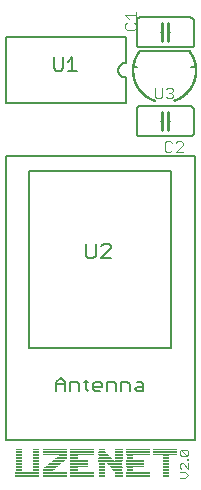
<source format=gto>
G04 EAGLE Gerber RS-274X export*
G75*
%MOMM*%
%FSLAX34Y34*%
%LPD*%
%INSilkscreen Top*%
%IPPOS*%
%AMOC8*
5,1,8,0,0,1.08239X$1,22.5*%
G01*
%ADD10C,0.101600*%
%ADD11C,0.152400*%
%ADD12C,0.127000*%
%ADD13C,0.015238*%
%ADD14C,0.254000*%
%ADD15R,2.032000X0.084838*%
%ADD16R,0.591819X0.084838*%
%ADD17R,0.594363X0.084838*%
%ADD18R,2.032000X0.084581*%
%ADD19R,0.591819X0.084581*%
%ADD20R,0.594363X0.084581*%
%ADD21R,0.678181X0.084838*%
%ADD22R,0.848363X0.084581*%
%ADD23R,0.762000X0.084581*%
%ADD24R,0.932181X0.084581*%
%ADD25R,1.016000X0.084838*%
%ADD26R,0.932181X0.084838*%
%ADD27R,1.016000X0.084581*%
%ADD28R,1.524000X0.084581*%
%ADD29R,1.524000X0.084838*%
%ADD30R,1.102363X0.084838*%
%ADD31R,1.186181X0.084581*%
%ADD32R,1.270000X0.084581*%
%ADD33R,1.356363X0.084838*%
%ADD34R,1.353819X0.084581*%
%ADD35R,1.270000X0.084838*%
%ADD36R,1.183638X0.084581*%
%ADD37R,0.845819X0.084581*%
%ADD38R,1.099819X0.084581*%
%ADD39R,0.762000X0.084838*%
%ADD40R,0.675638X0.084581*%
%ADD41R,0.929638X0.084581*%
%ADD42C,0.177800*%


D10*
X147374Y8008D02*
X152119Y8008D01*
X154492Y10381D01*
X152119Y12753D01*
X147374Y12753D01*
X154492Y15492D02*
X154492Y20238D01*
X149747Y20238D02*
X154492Y15492D01*
X149747Y20238D02*
X148560Y20238D01*
X147374Y19051D01*
X147374Y16679D01*
X148560Y15492D01*
X153306Y22976D02*
X154492Y22976D01*
X153306Y22976D02*
X153306Y24163D01*
X154492Y24163D01*
X154492Y22976D01*
X153306Y26718D02*
X148560Y26718D01*
X147374Y27905D01*
X147374Y30277D01*
X148560Y31464D01*
X153306Y31464D01*
X154492Y30277D01*
X154492Y27905D01*
X153306Y26718D01*
X148560Y31464D01*
D11*
X101500Y346850D02*
X101342Y346852D01*
X101183Y346858D01*
X101025Y346868D01*
X100868Y346882D01*
X100710Y346899D01*
X100554Y346921D01*
X100397Y346946D01*
X100242Y346976D01*
X100087Y347009D01*
X99933Y347046D01*
X99780Y347087D01*
X99628Y347132D01*
X99478Y347181D01*
X99328Y347233D01*
X99180Y347289D01*
X99033Y347349D01*
X98888Y347412D01*
X98745Y347479D01*
X98603Y347549D01*
X98463Y347623D01*
X98325Y347701D01*
X98189Y347782D01*
X98055Y347866D01*
X97923Y347953D01*
X97793Y348044D01*
X97666Y348138D01*
X97541Y348235D01*
X97418Y348336D01*
X97298Y348439D01*
X97181Y348545D01*
X97066Y348654D01*
X96954Y348766D01*
X96845Y348881D01*
X96739Y348998D01*
X96636Y349118D01*
X96535Y349241D01*
X96438Y349366D01*
X96344Y349493D01*
X96253Y349623D01*
X96166Y349755D01*
X96082Y349889D01*
X96001Y350025D01*
X95923Y350163D01*
X95849Y350303D01*
X95779Y350445D01*
X95712Y350588D01*
X95649Y350733D01*
X95589Y350880D01*
X95533Y351028D01*
X95481Y351178D01*
X95432Y351328D01*
X95387Y351480D01*
X95346Y351633D01*
X95309Y351787D01*
X95276Y351942D01*
X95246Y352097D01*
X95221Y352254D01*
X95199Y352410D01*
X95182Y352568D01*
X95168Y352725D01*
X95158Y352883D01*
X95152Y353042D01*
X95150Y353200D01*
X95152Y353358D01*
X95158Y353517D01*
X95168Y353675D01*
X95182Y353832D01*
X95199Y353990D01*
X95221Y354146D01*
X95246Y354303D01*
X95276Y354458D01*
X95309Y354613D01*
X95346Y354767D01*
X95387Y354920D01*
X95432Y355072D01*
X95481Y355222D01*
X95533Y355372D01*
X95589Y355520D01*
X95649Y355667D01*
X95712Y355812D01*
X95779Y355955D01*
X95849Y356097D01*
X95923Y356237D01*
X96001Y356375D01*
X96082Y356511D01*
X96166Y356645D01*
X96253Y356777D01*
X96344Y356907D01*
X96438Y357034D01*
X96535Y357159D01*
X96636Y357282D01*
X96739Y357402D01*
X96845Y357519D01*
X96954Y357634D01*
X97066Y357746D01*
X97181Y357855D01*
X97298Y357961D01*
X97418Y358064D01*
X97541Y358165D01*
X97666Y358262D01*
X97793Y358356D01*
X97923Y358447D01*
X98055Y358534D01*
X98189Y358618D01*
X98325Y358699D01*
X98463Y358777D01*
X98603Y358851D01*
X98745Y358921D01*
X98888Y358988D01*
X99033Y359051D01*
X99180Y359111D01*
X99328Y359167D01*
X99478Y359219D01*
X99628Y359268D01*
X99780Y359313D01*
X99933Y359354D01*
X100087Y359391D01*
X100242Y359424D01*
X100397Y359454D01*
X100554Y359479D01*
X100710Y359501D01*
X100868Y359518D01*
X101025Y359532D01*
X101183Y359542D01*
X101342Y359548D01*
X101500Y359550D01*
X101500Y381140D01*
X-100Y381140D01*
X-100Y325260D01*
X101500Y325260D01*
X101500Y346850D01*
D12*
X40700Y354630D02*
X40700Y364163D01*
X40700Y354630D02*
X42607Y352723D01*
X46420Y352723D01*
X48326Y354630D01*
X48326Y364163D01*
X52394Y360350D02*
X56207Y364163D01*
X56207Y352723D01*
X52394Y352723D02*
X60020Y352723D01*
D13*
X142137Y326883D02*
X141733Y328194D01*
X141733Y328193D02*
X142338Y328390D01*
X142938Y328601D01*
X143532Y328827D01*
X144120Y329068D01*
X144703Y329323D01*
X145279Y329592D01*
X145849Y329875D01*
X146411Y330172D01*
X146966Y330482D01*
X147513Y330806D01*
X148052Y331143D01*
X148582Y331494D01*
X149104Y331857D01*
X149617Y332233D01*
X150121Y332621D01*
X150614Y333022D01*
X151098Y333434D01*
X151572Y333858D01*
X152035Y334294D01*
X152487Y334741D01*
X152928Y335199D01*
X153358Y335667D01*
X153777Y336146D01*
X154183Y336635D01*
X154577Y337134D01*
X154960Y337642D01*
X155329Y338160D01*
X155686Y338686D01*
X156030Y339221D01*
X156360Y339764D01*
X156677Y340315D01*
X156981Y340874D01*
X157271Y341440D01*
X157547Y342012D01*
X157808Y342592D01*
X158056Y343178D01*
X158289Y343769D01*
X158508Y344366D01*
X158712Y344968D01*
X158901Y345575D01*
X159075Y346187D01*
X159234Y346803D01*
X159378Y347422D01*
X159507Y348045D01*
X159621Y348670D01*
X159719Y349298D01*
X159802Y349929D01*
X159869Y350561D01*
X159921Y351195D01*
X159958Y351829D01*
X159978Y352465D01*
X159984Y353101D01*
X159974Y353737D01*
X159948Y354372D01*
X159906Y355006D01*
X159850Y355640D01*
X159777Y356271D01*
X159689Y356901D01*
X159586Y357528D01*
X159468Y358153D01*
X159334Y358775D01*
X159185Y359393D01*
X159021Y360007D01*
X158842Y360617D01*
X158649Y361223D01*
X158440Y361824D01*
X158217Y362419D01*
X157979Y363009D01*
X157727Y363592D01*
X157461Y364170D01*
X157180Y364741D01*
X156886Y365304D01*
X156578Y365860D01*
X156257Y366409D01*
X155922Y366950D01*
X155574Y367482D01*
X155213Y368005D01*
X154840Y368520D01*
X154454Y369025D01*
X155531Y369874D01*
X155531Y369875D01*
X155938Y369343D01*
X156331Y368801D01*
X156711Y368250D01*
X157078Y367689D01*
X157430Y367120D01*
X157769Y366542D01*
X158093Y365957D01*
X158403Y365363D01*
X158698Y364762D01*
X158979Y364154D01*
X159244Y363540D01*
X159494Y362919D01*
X159730Y362292D01*
X159949Y361660D01*
X160153Y361022D01*
X160342Y360380D01*
X160515Y359733D01*
X160671Y359082D01*
X160812Y358427D01*
X160937Y357770D01*
X161046Y357109D01*
X161138Y356446D01*
X161214Y355781D01*
X161274Y355114D01*
X161318Y354446D01*
X161345Y353777D01*
X161356Y353107D01*
X161350Y352438D01*
X161328Y351769D01*
X161290Y351100D01*
X161235Y350433D01*
X161164Y349767D01*
X161077Y349103D01*
X160974Y348442D01*
X160854Y347783D01*
X160718Y347128D01*
X160567Y346476D01*
X160399Y345827D01*
X160216Y345184D01*
X160016Y344544D01*
X159802Y343910D01*
X159571Y343281D01*
X159326Y342659D01*
X159065Y342042D01*
X158790Y341432D01*
X158499Y340829D01*
X158194Y340233D01*
X157874Y339644D01*
X157540Y339064D01*
X157192Y338492D01*
X156830Y337929D01*
X156455Y337375D01*
X156065Y336830D01*
X155663Y336295D01*
X155248Y335770D01*
X154820Y335255D01*
X154379Y334751D01*
X153927Y334258D01*
X153462Y333775D01*
X152986Y333305D01*
X152498Y332846D01*
X151999Y332400D01*
X151490Y331965D01*
X150970Y331544D01*
X150440Y331135D01*
X149900Y330739D01*
X149350Y330357D01*
X148791Y329988D01*
X148224Y329633D01*
X147648Y329291D01*
X147063Y328965D01*
X146471Y328652D01*
X145872Y328354D01*
X145265Y328071D01*
X144652Y327803D01*
X144032Y327550D01*
X143406Y327312D01*
X142774Y327089D01*
X142138Y326882D01*
X142096Y327019D01*
X142729Y327225D01*
X143357Y327446D01*
X143980Y327683D01*
X144596Y327935D01*
X145206Y328202D01*
X145810Y328483D01*
X146406Y328780D01*
X146995Y329090D01*
X147577Y329416D01*
X148150Y329755D01*
X148714Y330108D01*
X149270Y330475D01*
X149817Y330855D01*
X150354Y331249D01*
X150881Y331656D01*
X151399Y332075D01*
X151905Y332507D01*
X152401Y332952D01*
X152887Y333408D01*
X153360Y333876D01*
X153823Y334356D01*
X154273Y334846D01*
X154711Y335348D01*
X155137Y335860D01*
X155550Y336382D01*
X155950Y336915D01*
X156337Y337457D01*
X156711Y338008D01*
X157071Y338568D01*
X157417Y339137D01*
X157749Y339714D01*
X158068Y340300D01*
X158371Y340892D01*
X158660Y341492D01*
X158934Y342099D01*
X159194Y342713D01*
X159438Y343332D01*
X159667Y343958D01*
X159880Y344589D01*
X160078Y345224D01*
X160261Y345865D01*
X160428Y346510D01*
X160579Y347158D01*
X160714Y347811D01*
X160833Y348466D01*
X160936Y349124D01*
X161022Y349784D01*
X161093Y350446D01*
X161147Y351110D01*
X161185Y351775D01*
X161207Y352441D01*
X161213Y353107D01*
X161202Y353773D01*
X161175Y354438D01*
X161132Y355103D01*
X161072Y355766D01*
X160996Y356428D01*
X160904Y357087D01*
X160796Y357744D01*
X160672Y358399D01*
X160532Y359050D01*
X160376Y359697D01*
X160204Y360341D01*
X160017Y360980D01*
X159814Y361614D01*
X159595Y362243D01*
X159361Y362867D01*
X159112Y363484D01*
X158848Y364096D01*
X158569Y364701D01*
X158275Y365298D01*
X157967Y365889D01*
X157645Y366471D01*
X157308Y367046D01*
X156957Y367612D01*
X156593Y368170D01*
X156215Y368718D01*
X155823Y369257D01*
X155419Y369786D01*
X155307Y369698D01*
X155709Y369171D01*
X156098Y368635D01*
X156474Y368090D01*
X156837Y367535D01*
X157186Y366972D01*
X157521Y366400D01*
X157841Y365821D01*
X158148Y365233D01*
X158440Y364639D01*
X158718Y364037D01*
X158980Y363429D01*
X159228Y362815D01*
X159461Y362194D01*
X159678Y361569D01*
X159880Y360938D01*
X160067Y360302D01*
X160237Y359662D01*
X160393Y359018D01*
X160532Y358370D01*
X160655Y357719D01*
X160763Y357066D01*
X160854Y356409D01*
X160930Y355751D01*
X160989Y355091D01*
X161032Y354430D01*
X161059Y353768D01*
X161070Y353106D01*
X161064Y352444D01*
X161043Y351781D01*
X161005Y351120D01*
X160951Y350460D01*
X160880Y349801D01*
X160794Y349144D01*
X160692Y348490D01*
X160573Y347838D01*
X160439Y347189D01*
X160289Y346544D01*
X160123Y345902D01*
X159941Y345265D01*
X159744Y344633D01*
X159532Y344005D01*
X159304Y343383D01*
X159061Y342767D01*
X158803Y342157D01*
X158531Y341553D01*
X158243Y340956D01*
X157941Y340366D01*
X157625Y339784D01*
X157294Y339210D01*
X156950Y338644D01*
X156592Y338087D01*
X156220Y337538D01*
X155835Y336999D01*
X155437Y336470D01*
X155026Y335950D01*
X154602Y335441D01*
X154166Y334942D01*
X153719Y334454D01*
X153259Y333977D01*
X152787Y333511D01*
X152305Y333057D01*
X151811Y332615D01*
X151307Y332185D01*
X150793Y331768D01*
X150268Y331364D01*
X149734Y330972D01*
X149190Y330594D01*
X148637Y330229D01*
X148076Y329877D01*
X147505Y329540D01*
X146927Y329216D01*
X146341Y328907D01*
X145748Y328612D01*
X145148Y328332D01*
X144541Y328067D01*
X143928Y327816D01*
X143308Y327581D01*
X142683Y327361D01*
X142053Y327156D01*
X142011Y327292D01*
X142638Y327496D01*
X143259Y327715D01*
X143875Y327949D01*
X144485Y328198D01*
X145089Y328462D01*
X145686Y328741D01*
X146277Y329034D01*
X146859Y329342D01*
X147434Y329664D01*
X148001Y329999D01*
X148560Y330349D01*
X149110Y330712D01*
X149651Y331089D01*
X150182Y331478D01*
X150704Y331881D01*
X151216Y332296D01*
X151718Y332723D01*
X152208Y333163D01*
X152688Y333614D01*
X153157Y334077D01*
X153615Y334552D01*
X154060Y335037D01*
X154494Y335534D01*
X154915Y336040D01*
X155324Y336557D01*
X155720Y337084D01*
X156103Y337620D01*
X156472Y338166D01*
X156829Y338720D01*
X157171Y339283D01*
X157500Y339854D01*
X157815Y340433D01*
X158115Y341020D01*
X158401Y341613D01*
X158672Y342214D01*
X158929Y342821D01*
X159170Y343434D01*
X159397Y344053D01*
X159608Y344677D01*
X159804Y345306D01*
X159985Y345940D01*
X160150Y346578D01*
X160299Y347220D01*
X160433Y347865D01*
X160551Y348513D01*
X160652Y349164D01*
X160738Y349818D01*
X160808Y350473D01*
X160862Y351130D01*
X160900Y351788D01*
X160921Y352446D01*
X160927Y353105D01*
X160916Y353764D01*
X160889Y354423D01*
X160847Y355080D01*
X160788Y355737D01*
X160713Y356391D01*
X160622Y357044D01*
X160515Y357694D01*
X160392Y358342D01*
X160253Y358986D01*
X160099Y359626D01*
X159929Y360263D01*
X159743Y360895D01*
X159543Y361523D01*
X159326Y362146D01*
X159095Y362763D01*
X158849Y363374D01*
X158587Y363979D01*
X158311Y364577D01*
X158021Y365169D01*
X157716Y365753D01*
X157396Y366329D01*
X157063Y366898D01*
X156716Y367458D01*
X156356Y368010D01*
X155982Y368552D01*
X155595Y369085D01*
X155194Y369609D01*
X155082Y369520D01*
X155480Y369000D01*
X155865Y368469D01*
X156237Y367930D01*
X156596Y367381D01*
X156941Y366824D01*
X157272Y366258D01*
X157590Y365685D01*
X157893Y365104D01*
X158182Y364515D01*
X158457Y363920D01*
X158717Y363318D01*
X158962Y362710D01*
X159192Y362097D01*
X159407Y361478D01*
X159607Y360853D01*
X159791Y360224D01*
X159960Y359591D01*
X160114Y358954D01*
X160252Y358313D01*
X160374Y357669D01*
X160480Y357022D01*
X160571Y356373D01*
X160645Y355722D01*
X160704Y355069D01*
X160747Y354415D01*
X160773Y353760D01*
X160784Y353105D01*
X160778Y352449D01*
X160757Y351794D01*
X160719Y351140D01*
X160666Y350486D01*
X160596Y349835D01*
X160511Y349185D01*
X160410Y348537D01*
X160292Y347892D01*
X160160Y347250D01*
X160011Y346612D01*
X159847Y345977D01*
X159667Y345347D01*
X159472Y344721D01*
X159262Y344100D01*
X159037Y343485D01*
X158796Y342875D01*
X158541Y342271D01*
X158271Y341674D01*
X157987Y341083D01*
X157688Y340500D01*
X157375Y339924D01*
X157048Y339356D01*
X156707Y338796D01*
X156353Y338245D01*
X155985Y337702D01*
X155604Y337169D01*
X155211Y336645D01*
X154804Y336131D01*
X154385Y335627D01*
X153954Y335133D01*
X153510Y334650D01*
X153056Y334178D01*
X152589Y333717D01*
X152112Y333268D01*
X151624Y332831D01*
X151125Y332406D01*
X150616Y331993D01*
X150097Y331593D01*
X149568Y331205D01*
X149030Y330831D01*
X148483Y330469D01*
X147927Y330122D01*
X147363Y329788D01*
X146791Y329468D01*
X146212Y329162D01*
X145625Y328870D01*
X145031Y328593D01*
X144430Y328330D01*
X143823Y328082D01*
X143211Y327850D01*
X142592Y327632D01*
X141969Y327429D01*
X141927Y327566D01*
X142547Y327767D01*
X143162Y327984D01*
X143771Y328216D01*
X144375Y328462D01*
X144972Y328723D01*
X145563Y328999D01*
X146147Y329289D01*
X146723Y329594D01*
X147292Y329912D01*
X147853Y330244D01*
X148406Y330590D01*
X148950Y330949D01*
X149485Y331322D01*
X150011Y331707D01*
X150527Y332105D01*
X151034Y332516D01*
X151530Y332939D01*
X152015Y333374D01*
X152490Y333820D01*
X152954Y334279D01*
X153406Y334748D01*
X153847Y335228D01*
X154276Y335719D01*
X154693Y336221D01*
X155097Y336732D01*
X155489Y337253D01*
X155868Y337784D01*
X156234Y338323D01*
X156586Y338872D01*
X156925Y339429D01*
X157250Y339994D01*
X157562Y340567D01*
X157859Y341147D01*
X158142Y341734D01*
X158410Y342329D01*
X158664Y342929D01*
X158903Y343536D01*
X159127Y344148D01*
X159336Y344765D01*
X159530Y345388D01*
X159709Y346015D01*
X159872Y346646D01*
X160020Y347281D01*
X160152Y347919D01*
X160269Y348561D01*
X160369Y349205D01*
X160454Y349851D01*
X160523Y350500D01*
X160577Y351149D01*
X160614Y351800D01*
X160635Y352452D01*
X160641Y353104D01*
X160630Y353756D01*
X160604Y354407D01*
X160561Y355058D01*
X160503Y355707D01*
X160429Y356355D01*
X160339Y357001D01*
X160233Y357644D01*
X160112Y358284D01*
X159975Y358922D01*
X159822Y359556D01*
X159654Y360186D01*
X159470Y360811D01*
X159271Y361432D01*
X159057Y362048D01*
X158829Y362658D01*
X158585Y363263D01*
X158326Y363862D01*
X158053Y364454D01*
X157766Y365039D01*
X157464Y365617D01*
X157148Y366187D01*
X156819Y366750D01*
X156475Y367304D01*
X156119Y367850D01*
X155749Y368386D01*
X155366Y368914D01*
X154970Y369432D01*
X154858Y369343D01*
X155251Y368828D01*
X155632Y368303D01*
X156000Y367770D01*
X156355Y367227D01*
X156696Y366675D01*
X157024Y366116D01*
X157338Y365549D01*
X157638Y364974D01*
X157924Y364392D01*
X158196Y363803D01*
X158453Y363208D01*
X158695Y362606D01*
X158923Y361999D01*
X159136Y361387D01*
X159334Y360769D01*
X159516Y360147D01*
X159683Y359520D01*
X159835Y358890D01*
X159972Y358256D01*
X160092Y357619D01*
X160198Y356979D01*
X160287Y356337D01*
X160361Y355692D01*
X160419Y355047D01*
X160461Y354400D01*
X160487Y353752D01*
X160498Y353103D01*
X160492Y352455D01*
X160471Y351807D01*
X160434Y351159D01*
X160381Y350513D01*
X160312Y349868D01*
X160228Y349225D01*
X160128Y348585D01*
X160012Y347947D01*
X159880Y347312D01*
X159733Y346680D01*
X159571Y346052D01*
X159393Y345429D01*
X159200Y344810D01*
X158992Y344195D01*
X158770Y343586D01*
X158532Y342983D01*
X158279Y342386D01*
X158012Y341795D01*
X157731Y341211D01*
X157435Y340634D01*
X157126Y340064D01*
X156802Y339502D01*
X156465Y338948D01*
X156115Y338402D01*
X155751Y337866D01*
X155374Y337338D01*
X154984Y336820D01*
X154582Y336311D01*
X154167Y335812D01*
X153741Y335324D01*
X153302Y334846D01*
X152852Y334379D01*
X152391Y333924D01*
X151919Y333479D01*
X151436Y333047D01*
X150942Y332626D01*
X150439Y332217D01*
X149925Y331821D01*
X149402Y331438D01*
X148870Y331068D01*
X148329Y330710D01*
X147779Y330366D01*
X147221Y330036D01*
X146655Y329719D01*
X146082Y329417D01*
X145501Y329128D01*
X144914Y328854D01*
X144319Y328594D01*
X143719Y328349D01*
X143113Y328118D01*
X142501Y327903D01*
X141885Y327702D01*
X141843Y327839D01*
X142456Y328038D01*
X143064Y328253D01*
X143667Y328482D01*
X144264Y328726D01*
X144855Y328984D01*
X145439Y329257D01*
X146017Y329544D01*
X146587Y329845D01*
X147150Y330160D01*
X147705Y330489D01*
X148252Y330831D01*
X148790Y331186D01*
X149319Y331555D01*
X149839Y331936D01*
X150350Y332330D01*
X150851Y332736D01*
X151342Y333154D01*
X151822Y333585D01*
X152292Y334027D01*
X152751Y334480D01*
X153198Y334944D01*
X153634Y335419D01*
X154059Y335905D01*
X154471Y336401D01*
X154871Y336907D01*
X155259Y337423D01*
X155633Y337947D01*
X155995Y338481D01*
X156344Y339024D01*
X156679Y339575D01*
X157001Y340134D01*
X157309Y340700D01*
X157603Y341274D01*
X157883Y341855D01*
X158148Y342443D01*
X158399Y343037D01*
X158636Y343637D01*
X158858Y344243D01*
X159064Y344854D01*
X159256Y345470D01*
X159433Y346090D01*
X159594Y346714D01*
X159741Y347342D01*
X159871Y347974D01*
X159987Y348608D01*
X160086Y349246D01*
X160170Y349885D01*
X160239Y350526D01*
X160291Y351169D01*
X160328Y351813D01*
X160349Y352458D01*
X160355Y353103D01*
X160344Y353747D01*
X160318Y354392D01*
X160276Y355035D01*
X160219Y355678D01*
X160145Y356318D01*
X160056Y356957D01*
X159952Y357594D01*
X159831Y358227D01*
X159696Y358858D01*
X159545Y359485D01*
X159378Y360108D01*
X159197Y360727D01*
X159000Y361341D01*
X158789Y361950D01*
X158562Y362554D01*
X158321Y363152D01*
X158065Y363744D01*
X157795Y364330D01*
X157511Y364909D01*
X157212Y365481D01*
X156900Y366045D01*
X156574Y366601D01*
X156235Y367150D01*
X155882Y367689D01*
X155516Y368221D01*
X155137Y368742D01*
X154745Y369255D01*
X154633Y369166D01*
X155022Y368657D01*
X155399Y368138D01*
X155763Y367609D01*
X156114Y367073D01*
X156452Y366527D01*
X156776Y365974D01*
X157087Y365413D01*
X157384Y364844D01*
X157666Y364268D01*
X157935Y363686D01*
X158189Y363097D01*
X158429Y362502D01*
X158654Y361901D01*
X158865Y361296D01*
X159060Y360685D01*
X159241Y360069D01*
X159406Y359449D01*
X159556Y358826D01*
X159691Y358199D01*
X159811Y357569D01*
X159915Y356936D01*
X160003Y356300D01*
X160076Y355663D01*
X160134Y355024D01*
X160175Y354384D01*
X160201Y353743D01*
X160212Y353102D01*
X160206Y352460D01*
X160185Y351819D01*
X160149Y351179D01*
X160096Y350540D01*
X160028Y349902D01*
X159945Y349266D01*
X159846Y348632D01*
X159731Y348001D01*
X159601Y347373D01*
X159456Y346748D01*
X159295Y346127D01*
X159119Y345510D01*
X158928Y344898D01*
X158723Y344290D01*
X158502Y343688D01*
X158267Y343091D01*
X158017Y342500D01*
X157753Y341916D01*
X157475Y341338D01*
X157182Y340767D01*
X156876Y340204D01*
X156556Y339648D01*
X156223Y339100D01*
X155876Y338560D01*
X155516Y338029D01*
X155143Y337507D01*
X154758Y336994D01*
X154360Y336491D01*
X153950Y335998D01*
X153528Y335515D01*
X153094Y335042D01*
X152649Y334581D01*
X152193Y334130D01*
X151726Y333690D01*
X151248Y333262D01*
X150760Y332846D01*
X150262Y332442D01*
X149754Y332050D01*
X149236Y331671D01*
X148710Y331305D01*
X148175Y330951D01*
X147631Y330611D01*
X147079Y330284D01*
X146519Y329971D01*
X145952Y329672D01*
X145378Y329386D01*
X144796Y329115D01*
X144209Y328858D01*
X143615Y328615D01*
X143015Y328387D01*
X142410Y328174D01*
X141800Y327976D01*
X141758Y328112D01*
X142365Y328309D01*
X142967Y328522D01*
X143563Y328748D01*
X144153Y328990D01*
X144738Y329245D01*
X145316Y329515D01*
X145887Y329799D01*
X146451Y330097D01*
X147008Y330408D01*
X147557Y330733D01*
X148098Y331072D01*
X148630Y331423D01*
X149154Y331788D01*
X149668Y332165D01*
X150173Y332554D01*
X150669Y332956D01*
X151154Y333370D01*
X151629Y333796D01*
X152094Y334233D01*
X152548Y334681D01*
X152990Y335140D01*
X153422Y335611D01*
X153841Y336091D01*
X154249Y336581D01*
X154645Y337082D01*
X155028Y337592D01*
X155399Y338111D01*
X155757Y338639D01*
X156102Y339176D01*
X156433Y339721D01*
X156751Y340273D01*
X157056Y340834D01*
X157347Y341402D01*
X157624Y341976D01*
X157886Y342558D01*
X158135Y343145D01*
X158369Y343739D01*
X158588Y344338D01*
X158792Y344942D01*
X158982Y345551D01*
X159157Y346165D01*
X159317Y346782D01*
X159461Y347404D01*
X159591Y348028D01*
X159705Y348656D01*
X159803Y349286D01*
X159886Y349919D01*
X159954Y350553D01*
X160006Y351189D01*
X160043Y351826D01*
X160063Y352463D01*
X160069Y353101D01*
X160059Y353739D01*
X160033Y354376D01*
X159991Y355013D01*
X159934Y355648D01*
X159862Y356282D01*
X159774Y356914D01*
X159670Y357543D01*
X159551Y358170D01*
X159417Y358794D01*
X159268Y359414D01*
X159103Y360030D01*
X158924Y360642D01*
X158729Y361250D01*
X158520Y361853D01*
X158296Y362450D01*
X158057Y363042D01*
X157805Y363627D01*
X157537Y364207D01*
X157256Y364779D01*
X156961Y365345D01*
X156652Y365903D01*
X156329Y366453D01*
X155994Y366995D01*
X155645Y367529D01*
X155283Y368055D01*
X154908Y368571D01*
X154521Y369078D01*
X112464Y369875D02*
X113542Y369025D01*
X113541Y369026D02*
X113155Y368520D01*
X112782Y368006D01*
X112421Y367482D01*
X112073Y366950D01*
X111738Y366410D01*
X111417Y365861D01*
X111109Y365305D01*
X110815Y364741D01*
X110535Y364170D01*
X110268Y363593D01*
X110016Y363009D01*
X109778Y362419D01*
X109555Y361824D01*
X109347Y361223D01*
X109153Y360618D01*
X108974Y360008D01*
X108810Y359393D01*
X108661Y358775D01*
X108527Y358154D01*
X108409Y357529D01*
X108306Y356901D01*
X108218Y356272D01*
X108145Y355640D01*
X108089Y355007D01*
X108047Y354372D01*
X108021Y353737D01*
X108011Y353101D01*
X108017Y352465D01*
X108037Y351830D01*
X108074Y351195D01*
X108126Y350561D01*
X108193Y349929D01*
X108276Y349299D01*
X108374Y348671D01*
X108488Y348045D01*
X108617Y347422D01*
X108761Y346803D01*
X108920Y346187D01*
X109094Y345576D01*
X109283Y344969D01*
X109487Y344367D01*
X109706Y343769D01*
X109939Y343178D01*
X110186Y342592D01*
X110448Y342013D01*
X110724Y341440D01*
X111014Y340874D01*
X111318Y340315D01*
X111635Y339764D01*
X111965Y339221D01*
X112309Y338686D01*
X112666Y338160D01*
X113035Y337642D01*
X113417Y337134D01*
X113812Y336635D01*
X114218Y336146D01*
X114636Y335668D01*
X115066Y335199D01*
X115508Y334741D01*
X115960Y334294D01*
X116423Y333859D01*
X116897Y333434D01*
X117380Y333022D01*
X117874Y332621D01*
X118378Y332233D01*
X118891Y331857D01*
X119412Y331494D01*
X119943Y331143D01*
X120482Y330806D01*
X121029Y330482D01*
X121584Y330172D01*
X122146Y329875D01*
X122716Y329592D01*
X123292Y329323D01*
X123874Y329068D01*
X124463Y328828D01*
X125057Y328602D01*
X125657Y328390D01*
X126262Y328194D01*
X125858Y326883D01*
X125857Y326882D01*
X125220Y327089D01*
X124589Y327312D01*
X123963Y327550D01*
X123343Y327803D01*
X122730Y328071D01*
X122123Y328354D01*
X121524Y328652D01*
X120931Y328965D01*
X120347Y329292D01*
X119771Y329633D01*
X119203Y329988D01*
X118645Y330357D01*
X118095Y330739D01*
X117555Y331135D01*
X117025Y331544D01*
X116505Y331965D01*
X115995Y332400D01*
X115497Y332846D01*
X115009Y333305D01*
X114533Y333776D01*
X114068Y334258D01*
X113615Y334751D01*
X113175Y335255D01*
X112747Y335770D01*
X112332Y336295D01*
X111929Y336830D01*
X111540Y337375D01*
X111165Y337929D01*
X110803Y338493D01*
X110455Y339065D01*
X110121Y339645D01*
X109801Y340233D01*
X109496Y340829D01*
X109205Y341432D01*
X108930Y342042D01*
X108669Y342659D01*
X108423Y343282D01*
X108193Y343911D01*
X107978Y344545D01*
X107779Y345184D01*
X107596Y345828D01*
X107428Y346476D01*
X107277Y347128D01*
X107141Y347784D01*
X107021Y348442D01*
X106918Y349104D01*
X106831Y349768D01*
X106760Y350433D01*
X106705Y351101D01*
X106667Y351769D01*
X106645Y352438D01*
X106639Y353108D01*
X106650Y353777D01*
X106677Y354446D01*
X106721Y355114D01*
X106781Y355781D01*
X106857Y356446D01*
X106949Y357109D01*
X107058Y357770D01*
X107183Y358428D01*
X107324Y359082D01*
X107481Y359733D01*
X107653Y360380D01*
X107842Y361022D01*
X108046Y361660D01*
X108266Y362293D01*
X108501Y362919D01*
X108751Y363540D01*
X109017Y364155D01*
X109297Y364763D01*
X109592Y365364D01*
X109902Y365957D01*
X110227Y366543D01*
X110565Y367121D01*
X110918Y367690D01*
X111284Y368250D01*
X111664Y368801D01*
X112057Y369343D01*
X112464Y369875D01*
X112576Y369786D01*
X112172Y369257D01*
X111781Y368718D01*
X111403Y368170D01*
X111038Y367613D01*
X110687Y367046D01*
X110351Y366472D01*
X110028Y365889D01*
X109720Y365299D01*
X109426Y364701D01*
X109147Y364096D01*
X108883Y363485D01*
X108634Y362867D01*
X108400Y362244D01*
X108182Y361615D01*
X107978Y360980D01*
X107791Y360341D01*
X107619Y359698D01*
X107463Y359050D01*
X107323Y358399D01*
X107199Y357745D01*
X107091Y357088D01*
X106999Y356428D01*
X106923Y355766D01*
X106863Y355103D01*
X106820Y354438D01*
X106793Y353773D01*
X106782Y353107D01*
X106788Y352441D01*
X106810Y351775D01*
X106848Y351111D01*
X106902Y350447D01*
X106973Y349785D01*
X107059Y349124D01*
X107162Y348466D01*
X107281Y347811D01*
X107416Y347159D01*
X107567Y346510D01*
X107734Y345865D01*
X107916Y345225D01*
X108114Y344589D01*
X108328Y343958D01*
X108557Y343333D01*
X108801Y342713D01*
X109061Y342100D01*
X109335Y341493D01*
X109624Y340893D01*
X109927Y340300D01*
X110245Y339715D01*
X110578Y339137D01*
X110924Y338569D01*
X111284Y338008D01*
X111658Y337457D01*
X112045Y336915D01*
X112445Y336383D01*
X112858Y335860D01*
X113284Y335348D01*
X113722Y334847D01*
X114172Y334356D01*
X114634Y333876D01*
X115108Y333408D01*
X115593Y332952D01*
X116089Y332508D01*
X116596Y332076D01*
X117114Y331656D01*
X117641Y331249D01*
X118178Y330856D01*
X118725Y330475D01*
X119281Y330108D01*
X119845Y329755D01*
X120418Y329416D01*
X120999Y329091D01*
X121588Y328780D01*
X122185Y328483D01*
X122788Y328202D01*
X123399Y327935D01*
X124015Y327683D01*
X124638Y327446D01*
X125266Y327225D01*
X125899Y327019D01*
X125941Y327156D01*
X125311Y327361D01*
X124686Y327581D01*
X124067Y327816D01*
X123454Y328067D01*
X122847Y328332D01*
X122247Y328612D01*
X121653Y328907D01*
X121067Y329216D01*
X120489Y329540D01*
X119919Y329877D01*
X119358Y330229D01*
X118805Y330594D01*
X118261Y330972D01*
X117727Y331364D01*
X117202Y331768D01*
X116687Y332186D01*
X116183Y332615D01*
X115690Y333057D01*
X115207Y333511D01*
X114736Y333977D01*
X114276Y334454D01*
X113828Y334942D01*
X113392Y335441D01*
X112969Y335950D01*
X112558Y336470D01*
X112160Y337000D01*
X111775Y337539D01*
X111403Y338087D01*
X111045Y338644D01*
X110701Y339210D01*
X110370Y339785D01*
X110054Y340367D01*
X109752Y340956D01*
X109464Y341553D01*
X109192Y342157D01*
X108934Y342767D01*
X108691Y343383D01*
X108463Y344006D01*
X108250Y344633D01*
X108053Y345266D01*
X107872Y345903D01*
X107706Y346544D01*
X107556Y347189D01*
X107422Y347838D01*
X107303Y348490D01*
X107201Y349145D01*
X107115Y349801D01*
X107044Y350460D01*
X106990Y351120D01*
X106952Y351782D01*
X106931Y352444D01*
X106925Y353106D01*
X106936Y353769D01*
X106963Y354431D01*
X107006Y355092D01*
X107065Y355752D01*
X107141Y356410D01*
X107232Y357066D01*
X107340Y357720D01*
X107463Y358371D01*
X107602Y359018D01*
X107758Y359662D01*
X107929Y360302D01*
X108115Y360938D01*
X108317Y361569D01*
X108534Y362195D01*
X108767Y362815D01*
X109015Y363430D01*
X109278Y364038D01*
X109555Y364639D01*
X109847Y365234D01*
X110154Y365821D01*
X110475Y366401D01*
X110810Y366972D01*
X111159Y367536D01*
X111521Y368090D01*
X111897Y368635D01*
X112286Y369172D01*
X112689Y369698D01*
X112801Y369609D01*
X112401Y369086D01*
X112014Y368553D01*
X111640Y368010D01*
X111279Y367458D01*
X110932Y366898D01*
X110599Y366330D01*
X110280Y365753D01*
X109975Y365169D01*
X109684Y364578D01*
X109408Y363979D01*
X109147Y363374D01*
X108900Y362763D01*
X108669Y362146D01*
X108453Y361524D01*
X108252Y360896D01*
X108066Y360264D01*
X107896Y359627D01*
X107742Y358986D01*
X107603Y358342D01*
X107480Y357695D01*
X107373Y357044D01*
X107282Y356392D01*
X107207Y355737D01*
X107149Y355081D01*
X107106Y354423D01*
X107079Y353765D01*
X107068Y353106D01*
X107074Y352447D01*
X107095Y351788D01*
X107133Y351130D01*
X107187Y350473D01*
X107257Y349818D01*
X107343Y349165D01*
X107444Y348514D01*
X107562Y347865D01*
X107696Y347220D01*
X107845Y346578D01*
X108010Y345940D01*
X108190Y345306D01*
X108386Y344677D01*
X108598Y344053D01*
X108824Y343434D01*
X109066Y342821D01*
X109323Y342214D01*
X109594Y341614D01*
X109880Y341020D01*
X110180Y340433D01*
X110495Y339854D01*
X110824Y339283D01*
X111166Y338720D01*
X111522Y338166D01*
X111892Y337621D01*
X112275Y337084D01*
X112671Y336558D01*
X113080Y336041D01*
X113501Y335534D01*
X113935Y335038D01*
X114380Y334552D01*
X114838Y334078D01*
X115306Y333614D01*
X115786Y333163D01*
X116277Y332723D01*
X116779Y332296D01*
X117291Y331881D01*
X117812Y331478D01*
X118344Y331089D01*
X118885Y330712D01*
X119435Y330349D01*
X119993Y330000D01*
X120560Y329664D01*
X121135Y329342D01*
X121718Y329035D01*
X122308Y328741D01*
X122906Y328463D01*
X123509Y328199D01*
X124119Y327949D01*
X124735Y327715D01*
X125357Y327496D01*
X125984Y327292D01*
X126026Y327429D01*
X125402Y327632D01*
X124784Y327850D01*
X124171Y328083D01*
X123565Y328330D01*
X122964Y328593D01*
X122370Y328870D01*
X121783Y329162D01*
X121203Y329468D01*
X120631Y329788D01*
X120067Y330122D01*
X119512Y330470D01*
X118965Y330831D01*
X118427Y331205D01*
X117898Y331593D01*
X117379Y331993D01*
X116870Y332406D01*
X116371Y332831D01*
X115883Y333268D01*
X115405Y333718D01*
X114939Y334178D01*
X114484Y334650D01*
X114041Y335133D01*
X113610Y335627D01*
X113191Y336131D01*
X112784Y336645D01*
X112390Y337169D01*
X112009Y337702D01*
X111642Y338245D01*
X111287Y338796D01*
X110947Y339356D01*
X110620Y339924D01*
X110307Y340500D01*
X110008Y341084D01*
X109723Y341674D01*
X109454Y342272D01*
X109198Y342875D01*
X108958Y343485D01*
X108733Y344101D01*
X108522Y344722D01*
X108328Y345347D01*
X108148Y345978D01*
X107984Y346612D01*
X107835Y347251D01*
X107702Y347893D01*
X107585Y348538D01*
X107484Y349185D01*
X107399Y349835D01*
X107329Y350487D01*
X107276Y351140D01*
X107238Y351794D01*
X107217Y352450D01*
X107211Y353105D01*
X107222Y353760D01*
X107248Y354415D01*
X107291Y355069D01*
X107350Y355722D01*
X107424Y356373D01*
X107515Y357023D01*
X107621Y357669D01*
X107743Y358313D01*
X107881Y358954D01*
X108035Y359592D01*
X108204Y360225D01*
X108388Y360854D01*
X108588Y361478D01*
X108803Y362097D01*
X109033Y362711D01*
X109279Y363319D01*
X109538Y363921D01*
X109813Y364516D01*
X110102Y365104D01*
X110405Y365685D01*
X110723Y366259D01*
X111054Y366824D01*
X111399Y367381D01*
X111758Y367930D01*
X112130Y368470D01*
X112515Y369000D01*
X112913Y369521D01*
X113026Y369432D01*
X112630Y368914D01*
X112247Y368387D01*
X111877Y367850D01*
X111520Y367304D01*
X111177Y366750D01*
X110847Y366188D01*
X110531Y365617D01*
X110229Y365039D01*
X109942Y364454D01*
X109669Y363862D01*
X109410Y363264D01*
X109167Y362659D01*
X108938Y362048D01*
X108724Y361433D01*
X108525Y360812D01*
X108341Y360186D01*
X108173Y359556D01*
X108021Y358922D01*
X107883Y358285D01*
X107762Y357644D01*
X107656Y357001D01*
X107566Y356355D01*
X107492Y355708D01*
X107434Y355058D01*
X107391Y354408D01*
X107365Y353756D01*
X107354Y353104D01*
X107360Y352452D01*
X107381Y351801D01*
X107418Y351150D01*
X107472Y350500D01*
X107541Y349852D01*
X107626Y349205D01*
X107726Y348561D01*
X107843Y347920D01*
X107975Y347281D01*
X108123Y346646D01*
X108286Y346015D01*
X108465Y345388D01*
X108658Y344766D01*
X108868Y344148D01*
X109092Y343536D01*
X109331Y342929D01*
X109585Y342329D01*
X109853Y341735D01*
X110136Y341147D01*
X110433Y340567D01*
X110744Y339994D01*
X111070Y339429D01*
X111409Y338872D01*
X111761Y338324D01*
X112127Y337784D01*
X112506Y337254D01*
X112897Y336732D01*
X113302Y336221D01*
X113719Y335720D01*
X114148Y335229D01*
X114588Y334748D01*
X115041Y334279D01*
X115505Y333821D01*
X115979Y333374D01*
X116465Y332939D01*
X116961Y332516D01*
X117468Y332105D01*
X117984Y331707D01*
X118510Y331322D01*
X119045Y330949D01*
X119589Y330590D01*
X120142Y330244D01*
X120703Y329912D01*
X121271Y329594D01*
X121848Y329289D01*
X122432Y328999D01*
X123023Y328723D01*
X123620Y328462D01*
X124224Y328216D01*
X124833Y327984D01*
X125448Y327767D01*
X126068Y327566D01*
X126110Y327702D01*
X125493Y327903D01*
X124882Y328118D01*
X124276Y328349D01*
X123675Y328594D01*
X123081Y328854D01*
X122494Y329128D01*
X121913Y329417D01*
X121339Y329720D01*
X120774Y330036D01*
X120216Y330367D01*
X119666Y330711D01*
X119125Y331068D01*
X118593Y331438D01*
X118070Y331822D01*
X117556Y332218D01*
X117052Y332626D01*
X116559Y333047D01*
X116076Y333479D01*
X115604Y333924D01*
X115142Y334380D01*
X114692Y334846D01*
X114254Y335324D01*
X113827Y335813D01*
X113413Y336311D01*
X113011Y336820D01*
X112621Y337338D01*
X112244Y337866D01*
X111880Y338403D01*
X111530Y338948D01*
X111193Y339502D01*
X110869Y340064D01*
X110559Y340634D01*
X110264Y341211D01*
X109983Y341795D01*
X109716Y342386D01*
X109463Y342983D01*
X109225Y343587D01*
X109002Y344196D01*
X108794Y344810D01*
X108602Y345429D01*
X108424Y346053D01*
X108262Y346680D01*
X108115Y347312D01*
X107983Y347947D01*
X107867Y348585D01*
X107767Y349226D01*
X107683Y349869D01*
X107614Y350513D01*
X107561Y351160D01*
X107524Y351807D01*
X107503Y352455D01*
X107497Y353104D01*
X107508Y353752D01*
X107534Y354400D01*
X107576Y355047D01*
X107634Y355693D01*
X107708Y356337D01*
X107798Y356979D01*
X107903Y357619D01*
X108024Y358256D01*
X108160Y358890D01*
X108312Y359521D01*
X108479Y360147D01*
X108662Y360769D01*
X108859Y361387D01*
X109072Y362000D01*
X109300Y362607D01*
X109542Y363208D01*
X109799Y363803D01*
X110071Y364392D01*
X110357Y364974D01*
X110657Y365549D01*
X110971Y366116D01*
X111299Y366676D01*
X111640Y367227D01*
X111995Y367770D01*
X112363Y368304D01*
X112744Y368829D01*
X113138Y369344D01*
X113250Y369255D01*
X112859Y368743D01*
X112480Y368221D01*
X112114Y367690D01*
X111761Y367150D01*
X111421Y366602D01*
X111095Y366045D01*
X110783Y365481D01*
X110484Y364909D01*
X110200Y364331D01*
X109930Y363745D01*
X109674Y363153D01*
X109433Y362555D01*
X109206Y361951D01*
X108995Y361341D01*
X108798Y360727D01*
X108617Y360108D01*
X108450Y359485D01*
X108299Y358858D01*
X108164Y358228D01*
X108044Y357594D01*
X107939Y356958D01*
X107850Y356319D01*
X107776Y355678D01*
X107719Y355036D01*
X107677Y354392D01*
X107651Y353748D01*
X107640Y353103D01*
X107646Y352458D01*
X107667Y351813D01*
X107704Y351170D01*
X107756Y350527D01*
X107825Y349885D01*
X107909Y349246D01*
X108008Y348609D01*
X108124Y347974D01*
X108254Y347343D01*
X108400Y346715D01*
X108562Y346090D01*
X108739Y345470D01*
X108930Y344854D01*
X109137Y344243D01*
X109359Y343638D01*
X109595Y343038D01*
X109847Y342444D01*
X110112Y341856D01*
X110392Y341275D01*
X110686Y340701D01*
X110994Y340134D01*
X111316Y339575D01*
X111651Y339024D01*
X112000Y338482D01*
X112361Y337948D01*
X112736Y337423D01*
X113124Y336907D01*
X113524Y336401D01*
X113936Y335905D01*
X114360Y335420D01*
X114796Y334945D01*
X115244Y334480D01*
X115703Y334027D01*
X116173Y333585D01*
X116653Y333155D01*
X117144Y332736D01*
X117645Y332330D01*
X118155Y331936D01*
X118675Y331555D01*
X119205Y331186D01*
X119743Y330831D01*
X120290Y330489D01*
X120845Y330160D01*
X121407Y329845D01*
X121978Y329544D01*
X122555Y329257D01*
X123140Y328984D01*
X123731Y328726D01*
X124328Y328482D01*
X124931Y328253D01*
X125539Y328038D01*
X126152Y327839D01*
X126194Y327976D01*
X125584Y328174D01*
X124979Y328387D01*
X124380Y328615D01*
X123786Y328858D01*
X123198Y329115D01*
X122617Y329386D01*
X122043Y329672D01*
X121475Y329971D01*
X120916Y330284D01*
X120364Y330611D01*
X119820Y330951D01*
X119285Y331305D01*
X118758Y331671D01*
X118241Y332051D01*
X117733Y332442D01*
X117235Y332846D01*
X116747Y333262D01*
X116269Y333690D01*
X115802Y334130D01*
X115346Y334581D01*
X114900Y335043D01*
X114467Y335515D01*
X114045Y335998D01*
X113635Y336492D01*
X113237Y336995D01*
X112851Y337507D01*
X112479Y338029D01*
X112119Y338560D01*
X111772Y339100D01*
X111439Y339648D01*
X111119Y340204D01*
X110812Y340767D01*
X110520Y341338D01*
X110242Y341916D01*
X109978Y342501D01*
X109728Y343092D01*
X109493Y343688D01*
X109272Y344291D01*
X109066Y344898D01*
X108876Y345511D01*
X108700Y346128D01*
X108539Y346749D01*
X108394Y347373D01*
X108264Y348001D01*
X108149Y348633D01*
X108050Y349266D01*
X107967Y349902D01*
X107899Y350540D01*
X107846Y351179D01*
X107810Y351820D01*
X107789Y352461D01*
X107783Y353102D01*
X107794Y353744D01*
X107820Y354385D01*
X107861Y355025D01*
X107919Y355663D01*
X107992Y356301D01*
X108080Y356936D01*
X108184Y357569D01*
X108304Y358199D01*
X108439Y358826D01*
X108589Y359450D01*
X108754Y360070D01*
X108935Y360685D01*
X109130Y361296D01*
X109341Y361902D01*
X109566Y362503D01*
X109806Y363097D01*
X110060Y363686D01*
X110329Y364269D01*
X110612Y364844D01*
X110909Y365413D01*
X111219Y365974D01*
X111543Y366528D01*
X111881Y367073D01*
X112232Y367610D01*
X112596Y368138D01*
X112973Y368657D01*
X113362Y369167D01*
X113475Y369078D01*
X113087Y368571D01*
X112713Y368055D01*
X112351Y367530D01*
X112002Y366996D01*
X111666Y366454D01*
X111343Y365903D01*
X111034Y365345D01*
X110739Y364780D01*
X110458Y364207D01*
X110191Y363628D01*
X109938Y363042D01*
X109699Y362450D01*
X109475Y361853D01*
X109266Y361250D01*
X109072Y360643D01*
X108892Y360031D01*
X108727Y359414D01*
X108578Y358794D01*
X108444Y358171D01*
X108325Y357544D01*
X108222Y356914D01*
X108133Y356283D01*
X108061Y355649D01*
X108004Y355013D01*
X107962Y354377D01*
X107936Y353739D01*
X107926Y353102D01*
X107932Y352464D01*
X107952Y351826D01*
X107989Y351189D01*
X108041Y350553D01*
X108109Y349919D01*
X108192Y349287D01*
X108290Y348656D01*
X108404Y348029D01*
X108534Y347404D01*
X108678Y346783D01*
X108838Y346165D01*
X109013Y345552D01*
X109202Y344943D01*
X109407Y344338D01*
X109626Y343739D01*
X109860Y343146D01*
X110109Y342558D01*
X110371Y341977D01*
X110648Y341402D01*
X110939Y340834D01*
X111243Y340274D01*
X111562Y339721D01*
X111893Y339176D01*
X112238Y338639D01*
X112596Y338111D01*
X112967Y337592D01*
X113350Y337082D01*
X113746Y336582D01*
X114154Y336091D01*
X114573Y335611D01*
X115004Y335141D01*
X115447Y334681D01*
X115901Y334233D01*
X116366Y333796D01*
X116841Y333370D01*
X117326Y332956D01*
X117822Y332555D01*
X118327Y332165D01*
X118841Y331788D01*
X119365Y331423D01*
X119897Y331072D01*
X120438Y330733D01*
X120987Y330408D01*
X121544Y330097D01*
X122108Y329799D01*
X122679Y329515D01*
X123257Y329245D01*
X123841Y328990D01*
X124432Y328748D01*
X125028Y328522D01*
X125630Y328310D01*
X126236Y328112D01*
D11*
X113050Y369510D02*
X154950Y369510D01*
X156540Y355540D02*
X160550Y355540D01*
X111460Y355540D02*
X107450Y355540D01*
D10*
X126137Y338247D02*
X126137Y330621D01*
X127662Y329095D01*
X130713Y329095D01*
X132238Y330621D01*
X132238Y338247D01*
X135492Y336722D02*
X137017Y338247D01*
X140068Y338247D01*
X141593Y336722D01*
X141593Y335197D01*
X140068Y333671D01*
X138543Y333671D01*
X140068Y333671D02*
X141593Y332146D01*
X141593Y330621D01*
X140068Y329095D01*
X137017Y329095D01*
X135492Y330621D01*
D11*
X156590Y372300D02*
X113410Y372300D01*
X113410Y397700D02*
X156590Y397700D01*
X110870Y395160D02*
X110870Y374840D01*
X159130Y374840D02*
X159130Y395160D01*
X113410Y372300D02*
X113310Y372302D01*
X113211Y372308D01*
X113111Y372318D01*
X113013Y372331D01*
X112914Y372349D01*
X112817Y372370D01*
X112721Y372395D01*
X112625Y372424D01*
X112531Y372457D01*
X112438Y372493D01*
X112347Y372533D01*
X112257Y372577D01*
X112169Y372624D01*
X112083Y372674D01*
X111999Y372728D01*
X111917Y372785D01*
X111838Y372845D01*
X111760Y372909D01*
X111686Y372975D01*
X111614Y373044D01*
X111545Y373116D01*
X111479Y373190D01*
X111415Y373268D01*
X111355Y373347D01*
X111298Y373429D01*
X111244Y373513D01*
X111194Y373599D01*
X111147Y373687D01*
X111103Y373777D01*
X111063Y373868D01*
X111027Y373961D01*
X110994Y374055D01*
X110965Y374151D01*
X110940Y374247D01*
X110919Y374344D01*
X110901Y374443D01*
X110888Y374541D01*
X110878Y374641D01*
X110872Y374740D01*
X110870Y374840D01*
X156590Y372300D02*
X156690Y372302D01*
X156789Y372308D01*
X156889Y372318D01*
X156987Y372331D01*
X157086Y372349D01*
X157183Y372370D01*
X157279Y372395D01*
X157375Y372424D01*
X157469Y372457D01*
X157562Y372493D01*
X157653Y372533D01*
X157743Y372577D01*
X157831Y372624D01*
X157917Y372674D01*
X158001Y372728D01*
X158083Y372785D01*
X158162Y372845D01*
X158240Y372909D01*
X158314Y372975D01*
X158386Y373044D01*
X158455Y373116D01*
X158521Y373190D01*
X158585Y373268D01*
X158645Y373347D01*
X158702Y373429D01*
X158756Y373513D01*
X158806Y373599D01*
X158853Y373687D01*
X158897Y373777D01*
X158937Y373868D01*
X158973Y373961D01*
X159006Y374055D01*
X159035Y374151D01*
X159060Y374247D01*
X159081Y374344D01*
X159099Y374443D01*
X159112Y374541D01*
X159122Y374641D01*
X159128Y374740D01*
X159130Y374840D01*
X113410Y397700D02*
X113310Y397698D01*
X113211Y397692D01*
X113111Y397682D01*
X113013Y397669D01*
X112914Y397651D01*
X112817Y397630D01*
X112721Y397605D01*
X112625Y397576D01*
X112531Y397543D01*
X112438Y397507D01*
X112347Y397467D01*
X112257Y397423D01*
X112169Y397376D01*
X112083Y397326D01*
X111999Y397272D01*
X111917Y397215D01*
X111838Y397155D01*
X111760Y397091D01*
X111686Y397025D01*
X111614Y396956D01*
X111545Y396884D01*
X111479Y396810D01*
X111415Y396732D01*
X111355Y396653D01*
X111298Y396571D01*
X111244Y396487D01*
X111194Y396401D01*
X111147Y396313D01*
X111103Y396223D01*
X111063Y396132D01*
X111027Y396039D01*
X110994Y395945D01*
X110965Y395849D01*
X110940Y395753D01*
X110919Y395656D01*
X110901Y395557D01*
X110888Y395459D01*
X110878Y395359D01*
X110872Y395260D01*
X110870Y395160D01*
X156590Y397700D02*
X156690Y397698D01*
X156789Y397692D01*
X156889Y397682D01*
X156987Y397669D01*
X157086Y397651D01*
X157183Y397630D01*
X157279Y397605D01*
X157375Y397576D01*
X157469Y397543D01*
X157562Y397507D01*
X157653Y397467D01*
X157743Y397423D01*
X157831Y397376D01*
X157917Y397326D01*
X158001Y397272D01*
X158083Y397215D01*
X158162Y397155D01*
X158240Y397091D01*
X158314Y397025D01*
X158386Y396956D01*
X158455Y396884D01*
X158521Y396810D01*
X158585Y396732D01*
X158645Y396653D01*
X158702Y396571D01*
X158756Y396487D01*
X158806Y396401D01*
X158853Y396313D01*
X158897Y396223D01*
X158937Y396132D01*
X158973Y396039D01*
X159006Y395945D01*
X159035Y395849D01*
X159060Y395753D01*
X159081Y395656D01*
X159099Y395557D01*
X159112Y395459D01*
X159122Y395359D01*
X159128Y395260D01*
X159130Y395160D01*
X132460Y385000D02*
X131190Y385000D01*
D14*
X132460Y385000D02*
X132460Y377380D01*
X132460Y385000D02*
X132460Y392620D01*
X137540Y385000D02*
X137540Y377380D01*
X137540Y385000D02*
X137540Y392620D01*
D11*
X137540Y385000D02*
X138810Y385000D01*
D10*
X102433Y393267D02*
X100908Y391742D01*
X100908Y388691D01*
X102433Y387166D01*
X108534Y387166D01*
X110059Y388691D01*
X110059Y391742D01*
X108534Y393267D01*
X103958Y396521D02*
X100908Y399571D01*
X110059Y399571D01*
X110059Y396521D02*
X110059Y402622D01*
D11*
X113410Y322700D02*
X156590Y322700D01*
X156590Y297300D02*
X113410Y297300D01*
X159130Y299840D02*
X159130Y320160D01*
X110870Y320160D02*
X110870Y299840D01*
X156590Y322700D02*
X156690Y322698D01*
X156789Y322692D01*
X156889Y322682D01*
X156987Y322669D01*
X157086Y322651D01*
X157183Y322630D01*
X157279Y322605D01*
X157375Y322576D01*
X157469Y322543D01*
X157562Y322507D01*
X157653Y322467D01*
X157743Y322423D01*
X157831Y322376D01*
X157917Y322326D01*
X158001Y322272D01*
X158083Y322215D01*
X158162Y322155D01*
X158240Y322091D01*
X158314Y322025D01*
X158386Y321956D01*
X158455Y321884D01*
X158521Y321810D01*
X158585Y321732D01*
X158645Y321653D01*
X158702Y321571D01*
X158756Y321487D01*
X158806Y321401D01*
X158853Y321313D01*
X158897Y321223D01*
X158937Y321132D01*
X158973Y321039D01*
X159006Y320945D01*
X159035Y320849D01*
X159060Y320753D01*
X159081Y320656D01*
X159099Y320557D01*
X159112Y320459D01*
X159122Y320359D01*
X159128Y320260D01*
X159130Y320160D01*
X113410Y322700D02*
X113310Y322698D01*
X113211Y322692D01*
X113111Y322682D01*
X113013Y322669D01*
X112914Y322651D01*
X112817Y322630D01*
X112721Y322605D01*
X112625Y322576D01*
X112531Y322543D01*
X112438Y322507D01*
X112347Y322467D01*
X112257Y322423D01*
X112169Y322376D01*
X112083Y322326D01*
X111999Y322272D01*
X111917Y322215D01*
X111838Y322155D01*
X111760Y322091D01*
X111686Y322025D01*
X111614Y321956D01*
X111545Y321884D01*
X111479Y321810D01*
X111415Y321732D01*
X111355Y321653D01*
X111298Y321571D01*
X111244Y321487D01*
X111194Y321401D01*
X111147Y321313D01*
X111103Y321223D01*
X111063Y321132D01*
X111027Y321039D01*
X110994Y320945D01*
X110965Y320849D01*
X110940Y320753D01*
X110919Y320656D01*
X110901Y320557D01*
X110888Y320459D01*
X110878Y320359D01*
X110872Y320260D01*
X110870Y320160D01*
X156590Y297300D02*
X156690Y297302D01*
X156789Y297308D01*
X156889Y297318D01*
X156987Y297331D01*
X157086Y297349D01*
X157183Y297370D01*
X157279Y297395D01*
X157375Y297424D01*
X157469Y297457D01*
X157562Y297493D01*
X157653Y297533D01*
X157743Y297577D01*
X157831Y297624D01*
X157917Y297674D01*
X158001Y297728D01*
X158083Y297785D01*
X158162Y297845D01*
X158240Y297909D01*
X158314Y297975D01*
X158386Y298044D01*
X158455Y298116D01*
X158521Y298190D01*
X158585Y298268D01*
X158645Y298347D01*
X158702Y298429D01*
X158756Y298513D01*
X158806Y298599D01*
X158853Y298687D01*
X158897Y298777D01*
X158937Y298868D01*
X158973Y298961D01*
X159006Y299055D01*
X159035Y299151D01*
X159060Y299247D01*
X159081Y299344D01*
X159099Y299443D01*
X159112Y299541D01*
X159122Y299641D01*
X159128Y299740D01*
X159130Y299840D01*
X113410Y297300D02*
X113310Y297302D01*
X113211Y297308D01*
X113111Y297318D01*
X113013Y297331D01*
X112914Y297349D01*
X112817Y297370D01*
X112721Y297395D01*
X112625Y297424D01*
X112531Y297457D01*
X112438Y297493D01*
X112347Y297533D01*
X112257Y297577D01*
X112169Y297624D01*
X112083Y297674D01*
X111999Y297728D01*
X111917Y297785D01*
X111838Y297845D01*
X111760Y297909D01*
X111686Y297975D01*
X111614Y298044D01*
X111545Y298116D01*
X111479Y298190D01*
X111415Y298268D01*
X111355Y298347D01*
X111298Y298429D01*
X111244Y298513D01*
X111194Y298599D01*
X111147Y298687D01*
X111103Y298777D01*
X111063Y298868D01*
X111027Y298961D01*
X110994Y299055D01*
X110965Y299151D01*
X110940Y299247D01*
X110919Y299344D01*
X110901Y299443D01*
X110888Y299541D01*
X110878Y299641D01*
X110872Y299740D01*
X110870Y299840D01*
X137540Y310000D02*
X138810Y310000D01*
D14*
X137540Y310000D02*
X137540Y317620D01*
X137540Y310000D02*
X137540Y302380D01*
X132460Y310000D02*
X132460Y317620D01*
X132460Y310000D02*
X132460Y302380D01*
D11*
X132460Y310000D02*
X131190Y310000D01*
D10*
X138938Y293145D02*
X140464Y291620D01*
X138938Y293145D02*
X135888Y293145D01*
X134363Y291620D01*
X134363Y285519D01*
X135888Y283993D01*
X138938Y283993D01*
X140464Y285519D01*
X143718Y283993D02*
X149819Y283993D01*
X143718Y283993D02*
X149819Y290094D01*
X149819Y291620D01*
X148294Y293145D01*
X145243Y293145D01*
X143718Y291620D01*
D15*
X18041Y7943D03*
X41739Y7943D03*
X64599Y7943D03*
D16*
X81122Y7943D03*
D17*
X95511Y7943D03*
D15*
X112021Y7943D03*
D16*
X135300Y7943D03*
D18*
X18041Y8790D03*
X41739Y8790D03*
X64599Y8790D03*
D19*
X81122Y8790D03*
D20*
X95511Y8790D03*
D18*
X112021Y8790D03*
D19*
X135300Y8790D03*
D18*
X18041Y9636D03*
X41739Y9636D03*
X64599Y9636D03*
D19*
X81122Y9636D03*
D20*
X95511Y9636D03*
D18*
X112021Y9636D03*
D19*
X135300Y9636D03*
D15*
X18041Y10483D03*
X41739Y10483D03*
X64599Y10483D03*
D16*
X81122Y10483D03*
D17*
X95511Y10483D03*
D15*
X112021Y10483D03*
D16*
X135300Y10483D03*
D18*
X18041Y11330D03*
X41739Y11330D03*
X64599Y11330D03*
D19*
X81122Y11330D03*
D20*
X95511Y11330D03*
D18*
X112021Y11330D03*
D19*
X135300Y11330D03*
D18*
X18041Y12176D03*
X41739Y12176D03*
X64599Y12176D03*
D19*
X81122Y12176D03*
D20*
X95511Y12176D03*
D18*
X112021Y12176D03*
D19*
X135300Y12176D03*
D15*
X18041Y13023D03*
X41739Y13023D03*
X64599Y13023D03*
D16*
X81122Y13023D03*
D21*
X95092Y13023D03*
D15*
X112021Y13023D03*
D16*
X135300Y13023D03*
D19*
X10840Y13870D03*
X25242Y13870D03*
D22*
X35821Y13870D03*
D20*
X57411Y13870D03*
D19*
X81122Y13870D03*
D23*
X94673Y13870D03*
D19*
X104820Y13870D03*
X135300Y13870D03*
X10840Y14716D03*
X25242Y14716D03*
D24*
X36240Y14716D03*
D20*
X57411Y14716D03*
D19*
X81122Y14716D03*
D22*
X94241Y14716D03*
D19*
X104820Y14716D03*
X135300Y14716D03*
D16*
X10840Y15563D03*
X25242Y15563D03*
D25*
X36659Y15563D03*
D17*
X57411Y15563D03*
D16*
X81122Y15563D03*
D26*
X93822Y15563D03*
D16*
X104820Y15563D03*
X135300Y15563D03*
D19*
X10840Y16410D03*
X25242Y16410D03*
D27*
X37523Y16410D03*
D20*
X57411Y16410D03*
D19*
X81122Y16410D03*
D24*
X93822Y16410D03*
D19*
X104820Y16410D03*
X135300Y16410D03*
X10840Y17256D03*
X25242Y17256D03*
D24*
X38780Y17256D03*
D28*
X62059Y17256D03*
D19*
X81122Y17256D03*
D27*
X93403Y17256D03*
D28*
X109481Y17256D03*
D19*
X135300Y17256D03*
D16*
X10840Y18103D03*
X25242Y18103D03*
D25*
X40063Y18103D03*
D29*
X62059Y18103D03*
D16*
X81122Y18103D03*
D30*
X92971Y18103D03*
D29*
X109481Y18103D03*
D16*
X135300Y18103D03*
D19*
X10840Y18950D03*
X25242Y18950D03*
D27*
X40901Y18950D03*
D28*
X62059Y18950D03*
D19*
X81122Y18950D03*
D31*
X92552Y18950D03*
D28*
X109481Y18950D03*
D19*
X135300Y18950D03*
X10840Y19796D03*
X25242Y19796D03*
D27*
X41739Y19796D03*
D28*
X62059Y19796D03*
D19*
X81122Y19796D03*
D32*
X92133Y19796D03*
D28*
X109481Y19796D03*
D19*
X135300Y19796D03*
D16*
X10840Y20643D03*
X25242Y20643D03*
D26*
X43022Y20643D03*
D29*
X62059Y20643D03*
D16*
X81122Y20643D03*
D33*
X91701Y20643D03*
D29*
X109481Y20643D03*
D16*
X135300Y20643D03*
D19*
X10840Y21490D03*
X25242Y21490D03*
D24*
X43860Y21490D03*
D28*
X62059Y21490D03*
D18*
X88323Y21490D03*
D28*
X109481Y21490D03*
D19*
X135300Y21490D03*
X10840Y22336D03*
X25242Y22336D03*
D27*
X45143Y22336D03*
D28*
X62059Y22336D03*
D34*
X84932Y22336D03*
D20*
X95511Y22336D03*
D28*
X109481Y22336D03*
D19*
X135300Y22336D03*
D16*
X10840Y23183D03*
X25242Y23183D03*
D25*
X45981Y23183D03*
D17*
X57411Y23183D03*
D35*
X84513Y23183D03*
D17*
X95511Y23183D03*
D16*
X104820Y23183D03*
X135300Y23183D03*
D19*
X10840Y24030D03*
X25242Y24030D03*
D27*
X46819Y24030D03*
D20*
X57411Y24030D03*
D36*
X84081Y24030D03*
D20*
X95511Y24030D03*
D19*
X104820Y24030D03*
X135300Y24030D03*
X10840Y24876D03*
X25242Y24876D03*
D37*
X47670Y24876D03*
D20*
X57411Y24876D03*
D38*
X83662Y24876D03*
D20*
X95511Y24876D03*
D19*
X104820Y24876D03*
X135300Y24876D03*
D16*
X10840Y25723D03*
X25242Y25723D03*
D39*
X48089Y25723D03*
D17*
X57411Y25723D03*
D25*
X83243Y25723D03*
D17*
X95511Y25723D03*
D16*
X104820Y25723D03*
X135300Y25723D03*
D19*
X10840Y26570D03*
X25242Y26570D03*
D40*
X48521Y26570D03*
D20*
X57411Y26570D03*
D41*
X82811Y26570D03*
D20*
X95511Y26570D03*
D19*
X104820Y26570D03*
X135300Y26570D03*
X10840Y27416D03*
X25242Y27416D03*
D18*
X41739Y27416D03*
X64599Y27416D03*
D37*
X82392Y27416D03*
D20*
X95511Y27416D03*
D18*
X112021Y27416D03*
X134881Y27416D03*
D16*
X10840Y28263D03*
X25242Y28263D03*
D15*
X41739Y28263D03*
X64599Y28263D03*
D39*
X81973Y28263D03*
D17*
X95511Y28263D03*
D15*
X112021Y28263D03*
X134881Y28263D03*
D19*
X10840Y29110D03*
X25242Y29110D03*
D18*
X41739Y29110D03*
X64599Y29110D03*
D40*
X81541Y29110D03*
D20*
X95511Y29110D03*
D18*
X112021Y29110D03*
X134881Y29110D03*
D19*
X10840Y29956D03*
X25242Y29956D03*
D18*
X41739Y29956D03*
X64599Y29956D03*
D19*
X81122Y29956D03*
D20*
X95511Y29956D03*
D18*
X112021Y29956D03*
X134881Y29956D03*
D16*
X10840Y30803D03*
X25242Y30803D03*
D15*
X41739Y30803D03*
X64599Y30803D03*
D16*
X81122Y30803D03*
D17*
X95511Y30803D03*
D15*
X112021Y30803D03*
X134881Y30803D03*
D19*
X10840Y31650D03*
X25242Y31650D03*
D18*
X41739Y31650D03*
X64599Y31650D03*
D19*
X81122Y31650D03*
D20*
X95511Y31650D03*
D18*
X112021Y31650D03*
X134881Y31650D03*
D12*
X160000Y40000D02*
X0Y40000D01*
X0Y280000D01*
X160000Y280000D01*
X160000Y40000D01*
X140000Y118000D02*
X20000Y118000D01*
X20000Y268000D01*
X140000Y268000D01*
X140000Y118000D01*
D11*
X42782Y88869D02*
X42782Y81412D01*
X42782Y88869D02*
X46511Y92598D01*
X50239Y88869D01*
X50239Y81412D01*
X50239Y87005D02*
X42782Y87005D01*
X54476Y88869D02*
X54476Y81412D01*
X54476Y88869D02*
X60069Y88869D01*
X61933Y87005D01*
X61933Y81412D01*
X68034Y83276D02*
X68034Y90733D01*
X68034Y83276D02*
X69898Y81412D01*
X69898Y88869D02*
X66170Y88869D01*
X75830Y81412D02*
X79559Y81412D01*
X75830Y81412D02*
X73966Y83276D01*
X73966Y87005D01*
X75830Y88869D01*
X79559Y88869D01*
X81423Y87005D01*
X81423Y85141D01*
X73966Y85141D01*
X85660Y88869D02*
X85660Y81412D01*
X85660Y88869D02*
X91253Y88869D01*
X93117Y87005D01*
X93117Y81412D01*
X97354Y81412D02*
X97354Y88869D01*
X102947Y88869D01*
X104811Y87005D01*
X104811Y81412D01*
X110912Y88869D02*
X114641Y88869D01*
X116505Y87005D01*
X116505Y81412D01*
X110912Y81412D01*
X109048Y83276D01*
X110912Y85141D01*
X116505Y85141D01*
D42*
X67792Y195853D02*
X67792Y206234D01*
X67792Y195853D02*
X69868Y193777D01*
X74020Y193777D01*
X76096Y195853D01*
X76096Y206234D01*
X80889Y193777D02*
X89193Y193777D01*
X80889Y193777D02*
X89193Y202081D01*
X89193Y204158D01*
X87117Y206234D01*
X82965Y206234D01*
X80889Y204158D01*
M02*

</source>
